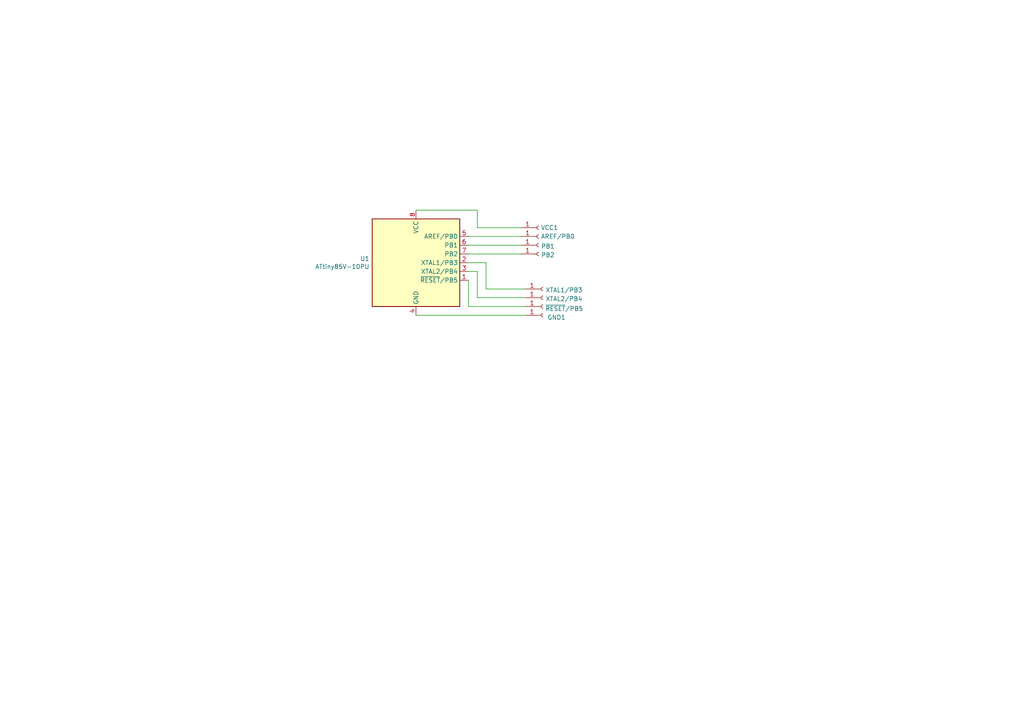
<source format=kicad_sch>
(kicad_sch (version 20230121) (generator eeschema)
  (paper "A4")
  (lib_symbols
    (symbol "Attiny85_ProgBoard_v1-rescue:ATtiny85V-10PU-MCU_Microchip_ATtiny"
      (property "Reference" "U" (at -12.7 13.97 0))
      (property "Value" "MCU_Microchip_ATtiny_ATtiny85V-10PU" (at 2.54 -13.97 0))
      (symbol "ATtiny85V-10PU-MCU_Microchip_ATtiny_0_1"
        (rectangle (start -12.7 -12.7) (end 12.7 12.7) (stroke (width 0.254)) (fill (type background)))
      )
      (symbol "ATtiny85V-10PU-MCU_Microchip_ATtiny_1_1"
        (pin bidirectional line (at 15.24 -5.08 180) (length 2.54) (name "~{RESET}/PB5") (number "1"))
        (pin bidirectional line (at 15.24 0 180) (length 2.54) (name "XTAL1/PB3") (number "2"))
        (pin bidirectional line (at 15.24 -2.54 180) (length 2.54) (name "XTAL2/PB4") (number "3"))
        (pin power_in line (at 0 -15.24 90) (length 2.54) (name "GND") (number "4"))
        (pin bidirectional line (at 15.24 7.62 180) (length 2.54) (name "AREF/PB0") (number "5"))
        (pin bidirectional line (at 15.24 5.08 180) (length 2.54) (name "PB1") (number "6"))
        (pin bidirectional line (at 15.24 2.54 180) (length 2.54) (name "PB2") (number "7"))
        (pin power_in line (at 0 15.24 270) (length 2.54) (name "VCC") (number "8"))
      )
    )
    (symbol "Connector:Conn_01x01_Female" (pin_names (offset 1.016) hide)
      (property "Reference" "J" (at 0 2.54 0))
      (property "Value" "Conn_01x01_Female" (at 0 -2.54 0))
      (symbol "Conn_01x01_Female_1_1"
        (polyline (pts (xy -1.27 0) (xy -0.508 0)) (stroke (width 0.1524)))
        (arc (start 0 0.508) (mid -0.5058 0) (end 0 -0.508) (stroke (width 0.1524)))
        (pin passive line (at -5.08 0 0) (length 3.81) (name "Pin_1") (number "1"))
      )
    )
  )
  (wire (pts (xy 120.65 60.96) (xy 138.43 60.96)))
  (wire (pts (xy 135.89 71.12) (xy 151.13 71.12)))
  (wire (pts (xy 138.43 78.74) (xy 135.89 78.74)))
  (wire (pts (xy 135.89 88.9) (xy 152.4 88.9)))
  (wire (pts (xy 152.4 86.36) (xy 138.43 86.36)))
  (wire (pts (xy 135.89 76.2) (xy 140.97 76.2)))
  (wire (pts (xy 138.43 86.36) (xy 138.43 78.74)))
  (wire (pts (xy 135.89 73.66) (xy 151.13 73.66)))
  (wire (pts (xy 120.65 91.44) (xy 152.4 91.44)))
  (wire (pts (xy 140.97 83.82) (xy 152.4 83.82)))
  (wire (pts (xy 135.89 81.28) (xy 135.89 88.9)))
  (wire (pts (xy 138.43 66.04) (xy 138.43 60.96)))
  (wire (pts (xy 140.97 76.2) (xy 140.97 83.82)))
  (wire (pts (xy 151.13 66.04) (xy 138.43 66.04)))
  (wire (pts (xy 135.89 68.58) (xy 151.13 68.58)))
  (symbol (lib_id "Attiny85_ProgBoard_v1-rescue:ATtiny85V-10PU-MCU_Microchip_ATtiny") (at 120.65 76.2 0) (unit 1)
    (property "Reference" "U1" (at 107.188 75.0316 0) (effects (justify right)))
    (property "Value" "ATtiny85V-10PU" (at 107.188 77.343 0) (effects (justify right)))
    (property "Footprint" "Package_DIP:DIP-8_W7.62mm" (effects hide))
    (property "Datasheet" "http://ww1.microchip.com/downloads/en/DeviceDoc/atmel-2586-avr-8-bit-microcontroller-attiny25-attiny45-attiny85_datasheet.pdf" (effects hide))
  )
  (symbol (lib_id "Connector:Conn_01x01_Female") (at 157.48 88.9 0) (unit 1)
    (property "Reference" "~{RESET}/PB5" (at 158.115 89.535 0) (effects (justify left)))
    (property "Value" "Conn_01x01_Female" (effects hide))
    (property "Footprint" "PinHole:PinHole_01x01" (effects hide))
  )
  (symbol (lib_id "Connector:Conn_01x01_Female") (at 156.21 73.66 0) (unit 1)
    (property "Reference" "PB2" (at 156.9212 73.9768 0) (effects (justify left)))
    (property "Value" "Conn_01x01_Female" (effects hide))
    (property "Footprint" "PinHole:PinHole_01x01" (effects hide))
  )
  (symbol (lib_id "Connector:Conn_01x01_Female") (at 156.21 66.04 0) (unit 1)
    (property "Reference" "VCC1" (at 156.845 66.04 0) (effects (justify left)))
    (property "Value" "Conn_01x01_Female" (effects hide))
    (property "Footprint" "PinHole:PinHole_01x01" (effects hide))
  )
  (symbol (lib_id "Connector:Conn_01x01_Female") (at 157.48 83.82 0) (unit 1)
    (property "Reference" "XTAL1/PB3" (at 158.1912 84.1368 0) (effects (justify left)))
    (property "Value" "Conn_01x01_Female" (effects hide))
    (property "Footprint" "PinHole:PinHole_01x01" (effects hide))
  )
  (symbol (lib_id "Connector:Conn_01x01_Female") (at 157.48 86.36 0) (unit 1)
    (property "Reference" "XTAL2/PB4" (at 158.1912 86.6768 0) (effects (justify left)))
    (property "Value" "Conn_01x01_Female" (effects hide))
    (property "Footprint" "PinHole:PinHole_01x01" (effects hide))
  )
  (symbol (lib_id "Connector:Conn_01x01_Female") (at 157.48 91.44 0) (unit 1)
    (property "Reference" "GND1" (at 158.75 92.075 0) (effects (justify left)))
    (property "Value" "Conn_01x01_Female" (effects hide))
    (property "Footprint" "PinHole:PinHole_01x01" (effects hide))
  )
  (symbol (lib_id "Connector:Conn_01x01_Female") (at 156.21 68.58 0) (unit 1)
    (property "Reference" "AREF/PB0" (at 156.845 68.58 0) (effects (justify left)))
    (property "Value" "Conn_01x01_Female" (effects hide))
    (property "Footprint" "PinHole:PinHole_01x01" (effects hide))
  )
  (symbol (lib_id "Connector:Conn_01x01_Female") (at 156.21 71.12 0) (unit 1)
    (property "Reference" "PB1" (at 156.9212 71.4368 0) (effects (justify left)))
    (property "Value" "Conn_01x01_Female" (effects hide))
    (property "Footprint" "PinHole:PinHole_01x01" (effects hide))
  )
)
</source>
